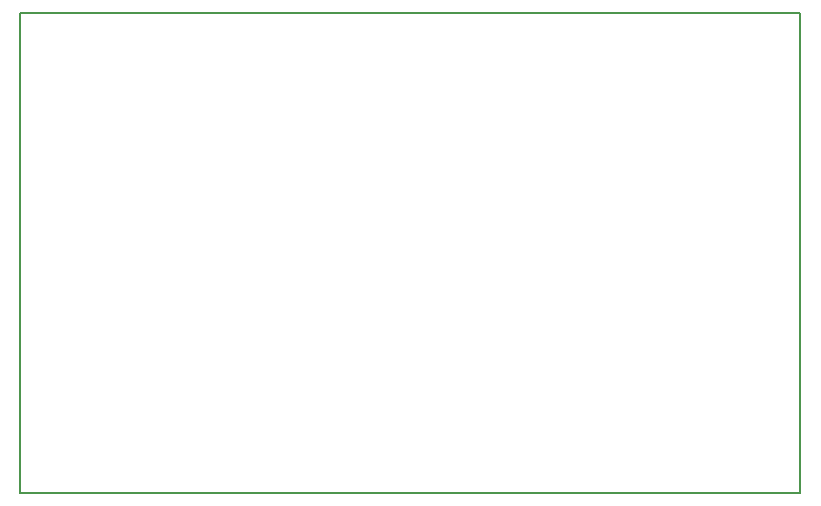
<source format=gbr>
G04 #@! TF.FileFunction,Profile,NP*
%FSLAX46Y46*%
G04 Gerber Fmt 4.6, Leading zero omitted, Abs format (unit mm)*
G04 Created by KiCad (PCBNEW 4.0.2-stable) date Wed 21 Sep 2016 02:18:44 PM PDT*
%MOMM*%
G01*
G04 APERTURE LIST*
%ADD10C,0.100000*%
%ADD11C,0.150000*%
G04 APERTURE END LIST*
D10*
D11*
X88900000Y-99060000D02*
X154940000Y-99060000D01*
X88900000Y-139700000D02*
X88900000Y-99060000D01*
X154940000Y-139700000D02*
X88900000Y-139700000D01*
X154940000Y-99060000D02*
X154940000Y-139700000D01*
M02*

</source>
